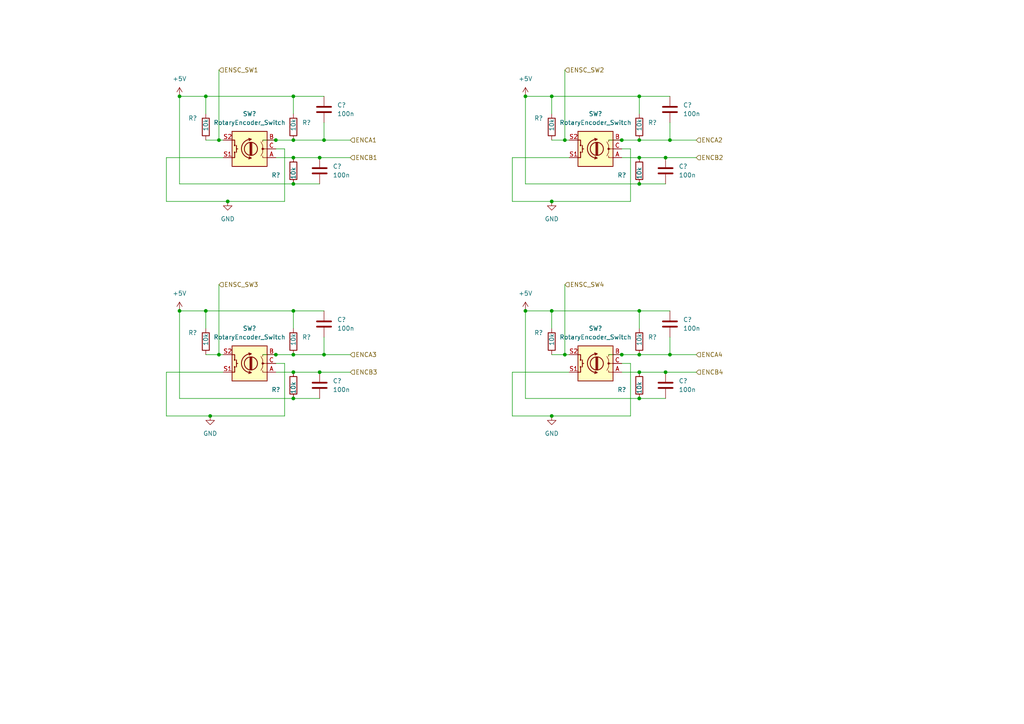
<source format=kicad_sch>
(kicad_sch (version 20211123) (generator eeschema)
  (paper "A4")
  (lib_symbols
    (symbol "Device:C" (pin_numbers hide) (pin_names (offset 0.254))
      (property "Reference" "C" (at 0.635 2.54 0))
      (property "Value" "C" (at 0.635 -2.54 0))
      (symbol "C_0_1"
        (polyline (pts (xy -2.032 -0.762) (xy 2.032 -0.762)) (stroke (width 0.508)))
        (polyline (pts (xy -2.032 0.762) (xy 2.032 0.762)) (stroke (width 0.508)))
      )
      (symbol "C_1_1"
        (pin passive line (at 0 3.81 270) (length 2.794) (name "~") (number "1"))
        (pin passive line (at 0 -3.81 90) (length 2.794) (name "~") (number "2"))
      )
    )
    (symbol "Device:R" (pin_numbers hide) (pin_names (offset 0))
      (property "Reference" "R" (at 2.032 0 90))
      (property "Value" "R" (at 0 0 90))
      (symbol "R_0_1"
        (rectangle (start -1.016 -2.54) (end 1.016 2.54) (stroke (width 0.254)))
      )
      (symbol "R_1_1"
        (pin passive line (at 0 3.81 270) (length 1.27) (name "~") (number "1"))
        (pin passive line (at 0 -3.81 90) (length 1.27) (name "~") (number "2"))
      )
    )
    (symbol "Device:RotaryEncoder_Switch" (pin_names (offset 0.254) hide)
      (property "Reference" "SW" (at 0 6.604 0))
      (property "Value" "RotaryEncoder_Switch" (at 0 -6.604 0))
      (symbol "RotaryEncoder_Switch_0_1"
        (rectangle (start -5.08 5.08) (end 5.08 -5.08) (stroke (width 0.254)) (fill (type background)))
        (circle (center -3.81 0) (radius 0.254) (fill (type outline)))
        (arc (start -0.381 -2.794) (mid 2.3622 -0.0508) (end -0.381 2.667) (stroke (width 0.254)))
        (circle (center -0.381 0) (radius 1.905) (stroke (width 0.254)))
        (polyline (pts (xy -0.635 -1.778) (xy -0.635 1.778)) (stroke (width 0.254)))
        (polyline (pts (xy -0.381 -1.778) (xy -0.381 1.778)) (stroke (width 0.254)))
        (polyline (pts (xy -0.127 1.778) (xy -0.127 -1.778)) (stroke (width 0.254)))
        (polyline (pts (xy 3.81 0) (xy 3.429 0)) (stroke (width 0.254)))
        (polyline (pts (xy 3.81 1.016) (xy 3.81 -1.016)) (stroke (width 0.254)))
        (polyline (pts (xy -5.08 -2.54) (xy -3.81 -2.54) (xy -3.81 -2.032)))
        (polyline (pts (xy -5.08 2.54) (xy -3.81 2.54) (xy -3.81 2.032)))
        (polyline (pts (xy 0.254 -3.048) (xy -0.508 -2.794) (xy 0.127 -2.413)) (stroke (width 0.254)))
        (polyline (pts (xy 0.254 2.921) (xy -0.508 2.667) (xy 0.127 2.286)) (stroke (width 0.254)))
        (polyline (pts (xy 5.08 -2.54) (xy 4.318 -2.54) (xy 4.318 -1.016)) (stroke (width 0.254)))
        (polyline (pts (xy 5.08 2.54) (xy 4.318 2.54) (xy 4.318 1.016)) (stroke (width 0.254)))
        (polyline (pts (xy -5.08 0) (xy -3.81 0) (xy -3.81 -1.016) (xy -3.302 -2.032)))
        (polyline (pts (xy -4.318 0) (xy -3.81 0) (xy -3.81 1.016) (xy -3.302 2.032)))
        (circle (center 4.318 -1.016) (radius 0.127) (stroke (width 0.254)))
        (circle (center 4.318 1.016) (radius 0.127) (stroke (width 0.254)))
      )
      (symbol "RotaryEncoder_Switch_1_1"
        (pin passive line (at -7.62 2.54 0) (length 2.54) (name "A") (number "A"))
        (pin passive line (at -7.62 -2.54 0) (length 2.54) (name "B") (number "B"))
        (pin passive line (at -7.62 0 0) (length 2.54) (name "C") (number "C"))
        (pin passive line (at 7.62 2.54 180) (length 2.54) (name "S1") (number "S1"))
        (pin passive line (at 7.62 -2.54 180) (length 2.54) (name "S2") (number "S2"))
      )
    )
    (symbol "power:+5V" (power) (pin_names (offset 0))
      (property "Value" "+5V" (at 0 3.556 0))
      (symbol "+5V_0_1"
        (polyline (pts (xy -0.762 1.27) (xy 0 2.54)))
        (polyline (pts (xy 0 0) (xy 0 2.54)))
        (polyline (pts (xy 0 2.54) (xy 0.762 1.27)))
      )
      (symbol "+5V_1_1"
        (pin power_in line (at 0 0 90) (length 0) hide (name "+5V") (number "1"))
      )
    )
    (symbol "power:GND" (power) (pin_names (offset 0))
      (property "Value" "GND" (at 0 -3.81 0))
      (symbol "GND_0_1"
        (polyline (pts (xy 0 0) (xy 0 -1.27) (xy 1.27 -1.27) (xy 0 -2.54) (xy -1.27 -1.27) (xy 0 -1.27)))
      )
      (symbol "GND_1_1"
        (pin power_in line (at 0 0 270) (length 0) hide (name "GND") (number "1"))
      )
    )
  )
  (junction (at 92.71 45.72))
  (junction (at 185.42 107.95))
  (junction (at 85.09 90.17))
  (junction (at 59.69 90.17))
  (junction (at 160.02 27.94))
  (junction (at 52.07 90.17))
  (junction (at 152.4 90.17))
  (junction (at 85.09 53.34))
  (junction (at 85.09 115.57))
  (junction (at 160.02 58.42))
  (junction (at 194.31 40.64))
  (junction (at 80.01 40.64))
  (junction (at 85.09 40.64))
  (junction (at 93.98 102.87))
  (junction (at 193.04 45.72))
  (junction (at 163.83 40.64))
  (junction (at 80.01 102.87))
  (junction (at 160.02 90.17))
  (junction (at 180.34 40.64))
  (junction (at 85.09 27.94))
  (junction (at 185.42 53.34))
  (junction (at 160.02 120.65))
  (junction (at 185.42 102.87))
  (junction (at 194.31 102.87))
  (junction (at 92.71 107.95))
  (junction (at 152.4 27.94))
  (junction (at 185.42 40.64))
  (junction (at 66.04 58.42))
  (junction (at 52.07 27.94))
  (junction (at 85.09 102.87))
  (junction (at 163.83 102.87))
  (junction (at 93.98 40.64))
  (junction (at 180.34 102.87))
  (junction (at 85.09 107.95))
  (junction (at 185.42 45.72))
  (junction (at 85.09 45.72))
  (junction (at 185.42 90.17))
  (junction (at 63.5 40.64))
  (junction (at 60.96 120.65))
  (junction (at 59.69 27.94))
  (junction (at 185.42 27.94))
  (junction (at 63.5 102.87))
  (junction (at 185.42 115.57))
  (junction (at 193.04 107.95))
  (wire (pts (xy 76.2 40.64) (xy 80.01 40.64)))
  (wire (pts (xy 193.04 45.72) (xy 201.93 45.72)))
  (wire (pts (xy 82.55 43.18) (xy 82.55 58.42)))
  (wire (pts (xy 85.09 33.02) (xy 85.09 27.94)))
  (wire (pts (xy 180.34 45.72) (xy 185.42 45.72)))
  (wire (pts (xy 48.26 107.95) (xy 48.26 120.65)))
  (wire (pts (xy 194.31 35.56) (xy 194.31 40.64)))
  (wire (pts (xy 185.42 27.94) (xy 160.02 27.94)))
  (wire (pts (xy 93.98 27.94) (xy 85.09 27.94)))
  (wire (pts (xy 160.02 90.17) (xy 160.02 95.25)))
  (wire (pts (xy 93.98 40.64) (xy 101.6 40.64)))
  (wire (pts (xy 160.02 120.65) (xy 182.88 120.65)))
  (wire (pts (xy 148.59 45.72) (xy 148.59 58.42)))
  (wire (pts (xy 185.42 45.72) (xy 193.04 45.72)))
  (wire (pts (xy 163.83 82.55) (xy 163.83 102.87)))
  (wire (pts (xy 85.09 102.87) (xy 93.98 102.87)))
  (wire (pts (xy 85.09 40.64) (xy 93.98 40.64)))
  (wire (pts (xy 60.96 120.65) (xy 82.55 120.65)))
  (wire (pts (xy 163.83 40.64) (xy 165.1 40.64)))
  (wire (pts (xy 85.09 53.34) (xy 92.71 53.34)))
  (wire (pts (xy 85.09 95.25) (xy 85.09 90.17)))
  (wire (pts (xy 59.69 27.94) (xy 52.07 27.94)))
  (wire (pts (xy 59.69 40.64) (xy 63.5 40.64)))
  (wire (pts (xy 152.4 115.57) (xy 152.4 90.17)))
  (wire (pts (xy 93.98 90.17) (xy 85.09 90.17)))
  (wire (pts (xy 180.34 40.64) (xy 185.42 40.64)))
  (wire (pts (xy 176.53 40.64) (xy 180.34 40.64)))
  (wire (pts (xy 148.59 58.42) (xy 160.02 58.42)))
  (wire (pts (xy 185.42 40.64) (xy 194.31 40.64)))
  (wire (pts (xy 52.07 115.57) (xy 52.07 90.17)))
  (wire (pts (xy 85.09 115.57) (xy 52.07 115.57)))
  (wire (pts (xy 93.98 102.87) (xy 101.6 102.87)))
  (wire (pts (xy 194.31 27.94) (xy 185.42 27.94)))
  (wire (pts (xy 160.02 90.17) (xy 152.4 90.17)))
  (wire (pts (xy 76.2 102.87) (xy 80.01 102.87)))
  (wire (pts (xy 59.69 27.94) (xy 59.69 33.02)))
  (wire (pts (xy 80.01 40.64) (xy 85.09 40.64)))
  (wire (pts (xy 160.02 58.42) (xy 182.88 58.42)))
  (wire (pts (xy 63.5 40.64) (xy 64.77 40.64)))
  (wire (pts (xy 185.42 33.02) (xy 185.42 27.94)))
  (wire (pts (xy 160.02 27.94) (xy 152.4 27.94)))
  (wire (pts (xy 185.42 115.57) (xy 193.04 115.57)))
  (wire (pts (xy 182.88 43.18) (xy 182.88 58.42)))
  (wire (pts (xy 85.09 53.34) (xy 52.07 53.34)))
  (wire (pts (xy 82.55 105.41) (xy 82.55 120.65)))
  (wire (pts (xy 194.31 40.64) (xy 201.93 40.64)))
  (wire (pts (xy 85.09 45.72) (xy 92.71 45.72)))
  (wire (pts (xy 85.09 107.95) (xy 92.71 107.95)))
  (wire (pts (xy 152.4 53.34) (xy 152.4 27.94)))
  (wire (pts (xy 64.77 45.72) (xy 48.26 45.72)))
  (wire (pts (xy 85.09 90.17) (xy 59.69 90.17)))
  (wire (pts (xy 163.83 102.87) (xy 165.1 102.87)))
  (wire (pts (xy 194.31 97.79) (xy 194.31 102.87)))
  (wire (pts (xy 93.98 35.56) (xy 93.98 40.64)))
  (wire (pts (xy 59.69 90.17) (xy 59.69 95.25)))
  (wire (pts (xy 66.04 58.42) (xy 82.55 58.42)))
  (wire (pts (xy 85.09 27.94) (xy 59.69 27.94)))
  (wire (pts (xy 163.83 20.32) (xy 163.83 40.64)))
  (wire (pts (xy 165.1 107.95) (xy 148.59 107.95)))
  (wire (pts (xy 176.53 102.87) (xy 180.34 102.87)))
  (wire (pts (xy 92.71 107.95) (xy 101.6 107.95)))
  (wire (pts (xy 193.04 107.95) (xy 201.93 107.95)))
  (wire (pts (xy 80.01 102.87) (xy 85.09 102.87)))
  (wire (pts (xy 180.34 102.87) (xy 185.42 102.87)))
  (wire (pts (xy 48.26 45.72) (xy 48.26 58.42)))
  (wire (pts (xy 165.1 45.72) (xy 148.59 45.72)))
  (wire (pts (xy 52.07 53.34) (xy 52.07 27.94)))
  (wire (pts (xy 185.42 102.87) (xy 194.31 102.87)))
  (wire (pts (xy 48.26 58.42) (xy 66.04 58.42)))
  (wire (pts (xy 180.34 43.18) (xy 182.88 43.18)))
  (wire (pts (xy 92.71 45.72) (xy 101.6 45.72)))
  (wire (pts (xy 185.42 107.95) (xy 193.04 107.95)))
  (wire (pts (xy 182.88 105.41) (xy 182.88 120.65)))
  (wire (pts (xy 160.02 27.94) (xy 160.02 33.02)))
  (wire (pts (xy 148.59 107.95) (xy 148.59 120.65)))
  (wire (pts (xy 63.5 102.87) (xy 64.77 102.87)))
  (wire (pts (xy 185.42 90.17) (xy 160.02 90.17)))
  (wire (pts (xy 180.34 105.41) (xy 182.88 105.41)))
  (wire (pts (xy 185.42 95.25) (xy 185.42 90.17)))
  (wire (pts (xy 63.5 20.32) (xy 63.5 40.64)))
  (wire (pts (xy 185.42 115.57) (xy 152.4 115.57)))
  (wire (pts (xy 59.69 102.87) (xy 63.5 102.87)))
  (wire (pts (xy 148.59 120.65) (xy 160.02 120.65)))
  (wire (pts (xy 80.01 45.72) (xy 85.09 45.72)))
  (wire (pts (xy 194.31 102.87) (xy 201.93 102.87)))
  (wire (pts (xy 185.42 53.34) (xy 193.04 53.34)))
  (wire (pts (xy 63.5 82.55) (xy 63.5 102.87)))
  (wire (pts (xy 80.01 105.41) (xy 82.55 105.41)))
  (wire (pts (xy 80.01 43.18) (xy 82.55 43.18)))
  (wire (pts (xy 160.02 102.87) (xy 163.83 102.87)))
  (wire (pts (xy 180.34 107.95) (xy 185.42 107.95)))
  (wire (pts (xy 64.77 107.95) (xy 48.26 107.95)))
  (wire (pts (xy 80.01 107.95) (xy 85.09 107.95)))
  (wire (pts (xy 59.69 90.17) (xy 52.07 90.17)))
  (wire (pts (xy 194.31 90.17) (xy 185.42 90.17)))
  (wire (pts (xy 85.09 115.57) (xy 92.71 115.57)))
  (wire (pts (xy 160.02 40.64) (xy 163.83 40.64)))
  (wire (pts (xy 185.42 53.34) (xy 152.4 53.34)))
  (wire (pts (xy 48.26 120.65) (xy 60.96 120.65)))
  (wire (pts (xy 93.98 97.79) (xy 93.98 102.87)))
  (hierarchical_label "ENCA2" (shape input) (at 201.93 40.64 0))
  (hierarchical_label "ENSC_SW4" (shape input) (at 163.83 82.55 0))
  (hierarchical_label "ENCA4" (shape input) (at 201.93 102.87 0))
  (hierarchical_label "ENCB2" (shape input) (at 201.93 45.72 0))
  (hierarchical_label "ENSC_SW3" (shape input) (at 63.5 82.55 0))
  (hierarchical_label "ENCB4" (shape input) (at 201.93 107.95 0))
  (hierarchical_label "ENCB3" (shape input) (at 101.6 107.95 0))
  (hierarchical_label "ENSC_SW2" (shape input) (at 163.83 20.32 0))
  (hierarchical_label "ENCA3" (shape input) (at 101.6 102.87 0))
  (hierarchical_label "ENCB1" (shape input) (at 101.6 45.72 0))
  (hierarchical_label "ENSC_SW1" (shape input) (at 63.5 20.32 0))
  (hierarchical_label "ENCA1" (shape input) (at 101.6 40.64 0))
  (symbol (lib_id "Device:RotaryEncoder_Switch") (at 72.39 105.41 180) (unit 1)
    (property "Reference" "SW?" (at 72.39 95.25 0))
    (property "Value" "RotaryEncoder_Switch" (at 72.39 97.79 0))
  )
  (symbol (lib_id "Device:C") (at 93.98 93.98 0) (unit 1)
    (property "Reference" "C?" (at 97.79 92.7099 0) (effects (justify left)))
    (property "Value" "100n" (at 97.79 95.2499 0) (effects (justify left)))
  )
  (symbol (lib_id "Device:R") (at 85.09 36.83 0) (unit 1)
    (property "Reference" "R?" (at 87.63 35.5599 0) (effects (justify left)))
    (property "Value" "10k" (at 85.09 38.1 90) (effects (justify left)))
  )
  (symbol (lib_id "Device:R") (at 160.02 36.83 0) (unit 1)
    (property "Reference" "R?" (at 154.94 34.29 0) (effects (justify left)))
    (property "Value" "10k" (at 160.02 38.1 90) (effects (justify left)))
  )
  (symbol (lib_id "Device:R") (at 85.09 49.53 0) (unit 1)
    (property "Reference" "R?" (at 78.74 50.8 0) (effects (justify left)))
    (property "Value" "10k" (at 85.09 52.07 90) (effects (justify left)))
  )
  (symbol (lib_id "power:GND") (at 160.02 58.42 0) (unit 1)
    (property "Reference" "#PWR?" (effects hide))
    (property "Value" "GND" (at 160.02 63.5 0))
  )
  (symbol (lib_id "Device:C") (at 194.31 31.75 0) (unit 1)
    (property "Reference" "C?" (at 198.12 30.4799 0) (effects (justify left)))
    (property "Value" "100n" (at 198.12 33.0199 0) (effects (justify left)))
  )
  (symbol (lib_id "Device:R") (at 85.09 99.06 0) (unit 1)
    (property "Reference" "R?" (at 87.63 97.7899 0) (effects (justify left)))
    (property "Value" "10k" (at 85.09 100.33 90) (effects (justify left)))
  )
  (symbol (lib_id "power:GND") (at 60.96 120.65 0) (unit 1)
    (property "Reference" "#PWR?" (effects hide))
    (property "Value" "GND" (at 60.96 125.73 0))
  )
  (symbol (lib_id "Device:RotaryEncoder_Switch") (at 172.72 43.18 180) (unit 1)
    (property "Reference" "SW?" (at 172.72 33.02 0))
    (property "Value" "RotaryEncoder_Switch" (at 172.72 35.56 0))
  )
  (symbol (lib_id "Device:C") (at 193.04 49.53 0) (unit 1)
    (property "Reference" "C?" (at 196.85 48.2599 0) (effects (justify left)))
    (property "Value" "100n" (at 196.85 50.7999 0) (effects (justify left)))
  )
  (symbol (lib_id "Device:R") (at 160.02 99.06 0) (unit 1)
    (property "Reference" "R?" (at 154.94 96.52 0) (effects (justify left)))
    (property "Value" "10k" (at 160.02 100.33 90) (effects (justify left)))
  )
  (symbol (lib_id "Device:C") (at 92.71 49.53 0) (unit 1)
    (property "Reference" "C?" (at 96.52 48.2599 0) (effects (justify left)))
    (property "Value" "100n" (at 96.52 50.7999 0) (effects (justify left)))
  )
  (symbol (lib_id "Device:C") (at 93.98 31.75 0) (unit 1)
    (property "Reference" "C?" (at 97.79 30.4799 0) (effects (justify left)))
    (property "Value" "100n" (at 97.79 33.0199 0) (effects (justify left)))
  )
  (symbol (lib_id "Device:R") (at 85.09 111.76 0) (unit 1)
    (property "Reference" "R?" (at 78.74 113.03 0) (effects (justify left)))
    (property "Value" "10k" (at 85.09 114.3 90) (effects (justify left)))
  )
  (symbol (lib_id "Device:R") (at 59.69 99.06 0) (unit 1)
    (property "Reference" "R?" (at 54.61 96.52 0) (effects (justify left)))
    (property "Value" "10k" (at 59.69 100.33 90) (effects (justify left)))
  )
  (symbol (lib_id "Device:R") (at 59.69 36.83 0) (unit 1)
    (property "Reference" "R?" (at 54.61 34.29 0) (effects (justify left)))
    (property "Value" "10k" (at 59.69 38.1 90) (effects (justify left)))
  )
  (symbol (lib_id "Device:R") (at 185.42 36.83 0) (unit 1)
    (property "Reference" "R?" (at 187.96 35.5599 0) (effects (justify left)))
    (property "Value" "10k" (at 185.42 38.1 90) (effects (justify left)))
  )
  (symbol (lib_id "power:GND") (at 66.04 58.42 0) (unit 1)
    (property "Reference" "#PWR?" (effects hide))
    (property "Value" "GND" (at 66.04 63.5 0))
  )
  (symbol (lib_id "Device:R") (at 185.42 49.53 0) (unit 1)
    (property "Reference" "R?" (at 179.07 50.8 0) (effects (justify left)))
    (property "Value" "10k" (at 185.42 52.07 90) (effects (justify left)))
  )
  (symbol (lib_id "Device:C") (at 193.04 111.76 0) (unit 1)
    (property "Reference" "C?" (at 196.85 110.4899 0) (effects (justify left)))
    (property "Value" "100n" (at 196.85 113.0299 0) (effects (justify left)))
  )
  (symbol (lib_id "Device:C") (at 92.71 111.76 0) (unit 1)
    (property "Reference" "C?" (at 96.52 110.4899 0) (effects (justify left)))
    (property "Value" "100n" (at 96.52 113.0299 0) (effects (justify left)))
  )
  (symbol (lib_id "Device:R") (at 185.42 99.06 0) (unit 1)
    (property "Reference" "R?" (at 187.96 97.7899 0) (effects (justify left)))
    (property "Value" "10k" (at 185.42 100.33 90) (effects (justify left)))
  )
  (symbol (lib_id "power:+5V") (at 152.4 90.17 0) (unit 1)
    (property "Reference" "#PWR?" (effects hide))
    (property "Value" "+5V" (at 152.4 85.09 0))
  )
  (symbol (lib_id "power:GND") (at 160.02 120.65 0) (unit 1)
    (property "Reference" "#PWR?" (effects hide))
    (property "Value" "GND" (at 160.02 125.73 0))
  )
  (symbol (lib_id "Device:C") (at 194.31 93.98 0) (unit 1)
    (property "Reference" "C?" (at 198.12 92.7099 0) (effects (justify left)))
    (property "Value" "100n" (at 198.12 95.2499 0) (effects (justify left)))
  )
  (symbol (lib_id "Device:R") (at 185.42 111.76 0) (unit 1)
    (property "Reference" "R?" (at 179.07 113.03 0) (effects (justify left)))
    (property "Value" "10k" (at 185.42 114.3 90) (effects (justify left)))
  )
  (symbol (lib_id "Device:RotaryEncoder_Switch") (at 172.72 105.41 180) (unit 1)
    (property "Reference" "SW?" (at 172.72 95.25 0))
    (property "Value" "RotaryEncoder_Switch" (at 172.72 97.79 0))
  )
  (symbol (lib_id "power:+5V") (at 152.4 27.94 0) (unit 1)
    (property "Reference" "#PWR?" (effects hide))
    (property "Value" "+5V" (at 152.4 22.86 0))
  )
  (symbol (lib_id "power:+5V") (at 52.07 27.94 0) (unit 1)
    (property "Reference" "#PWR?" (effects hide))
    (property "Value" "+5V" (at 52.07 22.86 0))
  )
  (symbol (lib_id "Device:RotaryEncoder_Switch") (at 72.39 43.18 180) (unit 1)
    (property "Reference" "SW?" (at 72.39 33.02 0))
    (property "Value" "RotaryEncoder_Switch" (at 72.39 35.56 0))
  )
  (symbol (lib_id "power:+5V") (at 52.07 90.17 0) (unit 1)
    (property "Reference" "#PWR?" (effects hide))
    (property "Value" "+5V" (at 52.07 85.09 0))
  )
)
</source>
